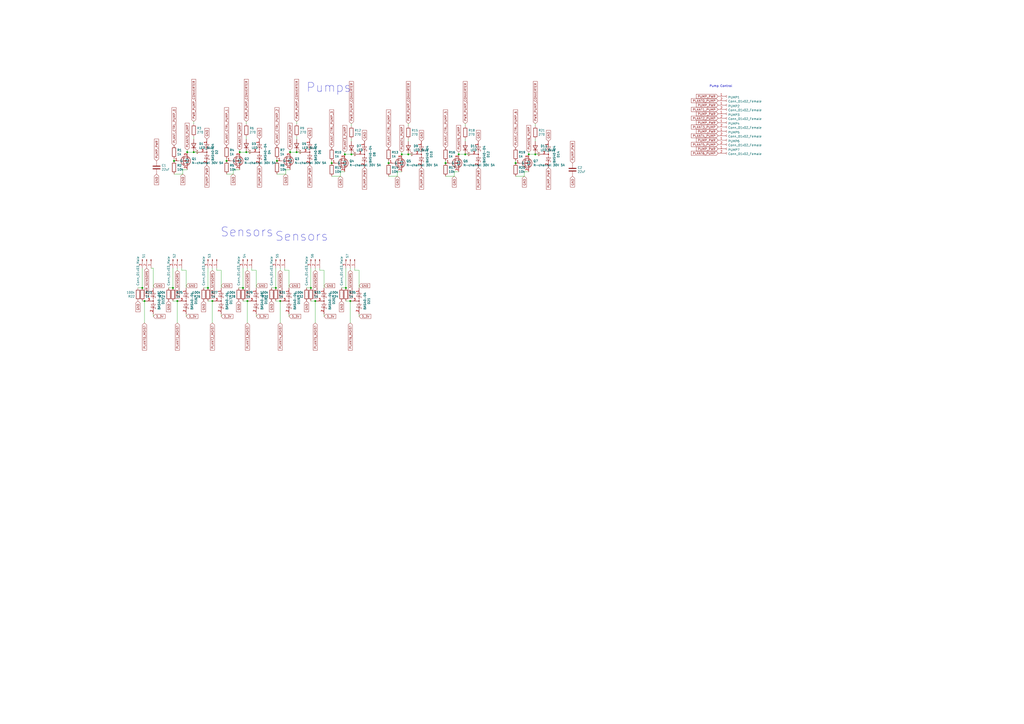
<source format=kicad_sch>
(kicad_sch (version 20230121) (generator eeschema)
  (paper "A2")
  (lib_symbols
    (symbol "Connector:Conn_01x02_Female" (pin_names (offset 1.016) hide)
      (property "Reference" "J" (at 0 2.54 0))
      (property "Value" "Conn_01x02_Female" (at 0 -5.08 0))
      (symbol "Conn_01x02_Female_1_1"
        (arc (start 0 -2.032) (mid -0.5058 -2.54) (end 0 -3.048) (stroke (width 0.1524)))
        (polyline (pts (xy -1.27 -2.54) (xy -0.508 -2.54)) (stroke (width 0.1524)))
        (polyline (pts (xy -1.27 0) (xy -0.508 0)) (stroke (width 0.1524)))
        (arc (start 0 0.508) (mid -0.5058 0) (end 0 -0.508) (stroke (width 0.1524)))
        (pin passive line (at -5.08 0 0) (length 3.81) (name "Pin_1") (number "1"))
        (pin passive line (at -5.08 -2.54 0) (length 3.81) (name "Pin_2") (number "2"))
      )
    )
    (symbol "Connector:Conn_01x03_Male" (pin_names (offset 1.016) hide)
      (property "Reference" "J" (at 0 5.08 0))
      (property "Value" "Conn_01x03_Male" (at 0 -5.08 0))
      (symbol "Conn_01x03_Male_1_1"
        (polyline (pts (xy 1.27 -2.54) (xy 0.8636 -2.54)) (stroke (width 0.1524)))
        (polyline (pts (xy 1.27 0) (xy 0.8636 0)) (stroke (width 0.1524)))
        (polyline (pts (xy 1.27 2.54) (xy 0.8636 2.54)) (stroke (width 0.1524)))
        (rectangle (start 0.8636 -2.413) (end 0 -2.667) (stroke (width 0.1524)) (fill (type outline)))
        (rectangle (start 0.8636 0.127) (end 0 -0.127) (stroke (width 0.1524)) (fill (type outline)))
        (rectangle (start 0.8636 2.667) (end 0 2.413) (stroke (width 0.1524)) (fill (type outline)))
        (pin passive line (at 5.08 2.54 180) (length 3.81) (name "Pin_1") (number "1"))
        (pin passive line (at 5.08 0 180) (length 3.81) (name "Pin_2") (number "2"))
        (pin passive line (at 5.08 -2.54 180) (length 3.81) (name "Pin_3") (number "3"))
      )
    )
    (symbol "Device:C" (pin_numbers hide) (pin_names (offset 0.254))
      (property "Reference" "C" (at 0.635 2.54 0))
      (property "Value" "C" (at 0.635 -2.54 0))
      (symbol "C_0_1"
        (polyline (pts (xy -2.032 -0.762) (xy 2.032 -0.762)) (stroke (width 0.508)))
        (polyline (pts (xy -2.032 0.762) (xy 2.032 0.762)) (stroke (width 0.508)))
      )
      (symbol "C_1_1"
        (pin passive line (at 0 3.81 270) (length 2.794) (name "~") (number "1"))
        (pin passive line (at 0 -3.81 90) (length 2.794) (name "~") (number "2"))
      )
    )
    (symbol "Device:LED" (pin_numbers hide) (pin_names (offset 1.016) hide)
      (property "Reference" "D" (at 0 2.54 0))
      (property "Value" "LED" (at 0 -2.54 0))
      (symbol "LED_0_1"
        (polyline (pts (xy -1.27 -1.27) (xy -1.27 1.27)) (stroke (width 0.254)))
        (polyline (pts (xy -1.27 0) (xy 1.27 0)))
        (polyline (pts (xy 1.27 -1.27) (xy 1.27 1.27) (xy -1.27 0) (xy 1.27 -1.27)) (stroke (width 0.254)))
        (polyline (pts (xy -3.048 -0.762) (xy -4.572 -2.286) (xy -3.81 -2.286) (xy -4.572 -2.286) (xy -4.572 -1.524)))
        (polyline (pts (xy -1.778 -0.762) (xy -3.302 -2.286) (xy -2.54 -2.286) (xy -3.302 -2.286) (xy -3.302 -1.524)))
      )
      (symbol "LED_1_1"
        (pin passive line (at -3.81 0 0) (length 2.54) (name "K") (number "1"))
        (pin passive line (at 3.81 0 180) (length 2.54) (name "A") (number "2"))
      )
    )
    (symbol "Device:R" (pin_numbers hide) (pin_names (offset 0))
      (property "Reference" "R" (at 2.032 0 90))
      (property "Value" "R" (at 0 0 90))
      (symbol "R_0_1"
        (rectangle (start -1.016 -2.54) (end 1.016 2.54) (stroke (width 0.254)))
      )
      (symbol "R_1_1"
        (pin passive line (at 0 3.81 270) (length 1.27) (name "~") (number "1"))
        (pin passive line (at 0 -3.81 90) (length 1.27) (name "~") (number "2"))
      )
    )
    (symbol "Diode:BAS40-04" (pin_names (offset 1.016))
      (property "Reference" "D" (at 0.635 -1.27 0))
      (property "Value" "BAS40-04" (at -6.35 5.715 0))
      (symbol "BAS40-04_0_1"
        (polyline (pts (xy -3.81 2.54) (xy -1.27 2.54)))
        (polyline (pts (xy -3.175 1.27) (xy -3.175 1.524)))
        (polyline (pts (xy -2.54 1.27) (xy -3.175 1.27)))
        (polyline (pts (xy -2.54 1.27) (xy -2.54 3.81)))
        (polyline (pts (xy -2.54 3.81) (xy -1.905 3.81)))
        (polyline (pts (xy -1.905 2.54) (xy 1.905 2.54)))
        (polyline (pts (xy -1.905 3.81) (xy -1.905 3.556)))
        (polyline (pts (xy 1.27 2.54) (xy 3.81 2.54)))
        (polyline (pts (xy 3.175 1.27) (xy 3.175 1.524)))
        (polyline (pts (xy 3.81 1.27) (xy 3.175 1.27)))
        (polyline (pts (xy 3.81 1.27) (xy 3.81 3.81)))
        (polyline (pts (xy 3.81 3.81) (xy 4.445 3.81)))
        (polyline (pts (xy 4.445 3.81) (xy 4.445 3.556)))
        (polyline (pts (xy -4.445 3.81) (xy -4.445 1.27) (xy -2.54 2.54) (xy -4.445 3.81)))
        (polyline (pts (xy 1.905 3.81) (xy 1.905 1.27) (xy 3.81 2.54) (xy 1.905 3.81)))
        (circle (center 0 2.54) (radius 0.254) (fill (type outline)))
      )
      (symbol "BAS40-04_1_1"
        (pin passive line (at -7.62 2.54 0) (length 3.81) (name "~") (number "1"))
        (pin passive line (at 7.62 2.54 180) (length 3.81) (name "~") (number "2"))
        (pin passive line (at 0 -2.54 90) (length 5.08) (name "~") (number "3"))
      )
    )
    (symbol "ESP32-DEVKITC-32D:SL2300" (pin_names (offset 1.016))
      (property "Reference" "Q" (at 0 0 0))
      (property "Value" "SL2300" (at 7.62 0 0))
      (symbol "SL2300_1_1"
        (polyline (pts (xy -1.016 0) (xy -3.81 0)))
        (polyline (pts (xy -1.016 1.905) (xy -1.016 -1.905)) (stroke (width 0.254)))
        (polyline (pts (xy -0.508 -1.27) (xy -0.508 -2.286)) (stroke (width 0.254)))
        (polyline (pts (xy -0.508 0.508) (xy -0.508 -0.508)) (stroke (width 0.254)))
        (polyline (pts (xy -0.508 2.286) (xy -0.508 1.27)) (stroke (width 0.254)))
        (polyline (pts (xy 1.27 2.54) (xy 1.27 1.778)))
        (polyline (pts (xy 1.27 -2.54) (xy 1.27 0) (xy -0.508 0)))
        (polyline (pts (xy -0.508 -1.778) (xy 2.032 -1.778) (xy 2.032 1.778) (xy -0.508 1.778)))
        (polyline (pts (xy -0.254 0) (xy 0.762 0.381) (xy 0.762 -0.381) (xy -0.254 0)) (fill (type outline)))
        (polyline (pts (xy 1.524 0.508) (xy 1.651 0.381) (xy 2.413 0.381) (xy 2.54 0.254)))
        (polyline (pts (xy 2.032 0.381) (xy 1.651 -0.254) (xy 2.413 -0.254) (xy 2.032 0.381)))
        (circle (center 0.381 0) (radius 2.794) (stroke (width 0.254)))
        (circle (center 1.27 -1.778) (radius 0.254) (fill (type outline)))
        (circle (center 1.27 1.778) (radius 0.254) (fill (type outline)))
        (pin input line (at -6.35 0 0) (length 2.54) (name "G") (number "1"))
        (pin passive line (at 1.27 -5.08 90) (length 2.54) (name "S") (number "2"))
        (pin passive line (at 1.27 5.08 270) (length 2.54) (name "D") (number "3"))
      )
    )
  )
  (junction (at 180.34 167.005))
  (junction (at 108.585 88.265))
  (junction (at 100.33 167.005))
  (junction (at 140.97 167.005))
  (junction (at 269.875 89.535))
  (junction (at 143.51 174.625))
  (junction (at 100.965 93.345))
  (junction (at 82.55 167.005))
  (junction (at 182.88 174.625))
  (junction (at 160.655 93.345))
  (junction (at 83.82 174.625))
  (junction (at 203.2 174.625))
  (junction (at 266.065 89.535))
  (junction (at 162.56 174.625))
  (junction (at 102.87 174.625))
  (junction (at 142.875 88.265))
  (junction (at 131.445 93.345))
  (junction (at 123.19 174.625))
  (junction (at 233.045 89.535))
  (junction (at 310.515 89.535))
  (junction (at 203.835 89.535))
  (junction (at 172.085 88.265))
  (junction (at 306.705 89.535))
  (junction (at 236.855 89.535))
  (junction (at 192.405 94.615))
  (junction (at 112.395 88.265))
  (junction (at 120.65 167.005))
  (junction (at 225.425 94.615))
  (junction (at 258.445 94.615))
  (junction (at 168.275 88.265))
  (junction (at 160.02 167.005))
  (junction (at 139.065 88.265))
  (junction (at 200.025 89.535))
  (junction (at 299.085 94.615))
  (junction (at 200.66 167.005))
  (wire (pts (xy 139.065 98.425) (xy 135.255 98.425)))
  (wire (pts (xy 102.87 155.575) (xy 102.87 156.845)))
  (wire (pts (xy 182.88 155.575) (xy 182.88 156.845)))
  (wire (pts (xy 128.27 182.245) (xy 128.27 183.515)))
  (wire (pts (xy 236.855 89.535) (xy 239.395 89.535)))
  (wire (pts (xy 233.045 89.535) (xy 236.855 89.535)))
  (wire (pts (xy 177.8 167.005) (xy 180.34 167.005)))
  (wire (pts (xy 160.02 167.005) (xy 160.02 155.575)))
  (wire (pts (xy 258.445 93.345) (xy 258.445 94.615)))
  (wire (pts (xy 180.34 174.625) (xy 182.88 174.625)))
  (wire (pts (xy 263.525 99.695) (xy 263.525 102.235)))
  (wire (pts (xy 310.515 81.915) (xy 310.515 80.645)))
  (wire (pts (xy 148.59 156.845) (xy 146.05 156.845)))
  (wire (pts (xy 203.2 174.625) (xy 200.66 174.625)))
  (wire (pts (xy 230.505 99.695) (xy 230.505 102.235)))
  (wire (pts (xy 142.875 80.645) (xy 142.875 79.375)))
  (wire (pts (xy 108.585 98.425) (xy 106.045 98.425)))
  (wire (pts (xy 162.56 155.575) (xy 162.56 156.845)))
  (wire (pts (xy 123.19 155.575) (xy 123.19 156.845)))
  (wire (pts (xy 304.165 102.235) (xy 299.085 102.235)))
  (wire (pts (xy 306.705 99.695) (xy 304.165 99.695)))
  (wire (pts (xy 225.425 93.345) (xy 225.425 94.615)))
  (wire (pts (xy 88.9 155.575) (xy 88.9 167.005)))
  (wire (pts (xy 120.65 174.625) (xy 123.19 174.625)))
  (wire (pts (xy 266.065 88.265) (xy 266.065 89.535)))
  (wire (pts (xy 233.045 99.695) (xy 230.505 99.695)))
  (wire (pts (xy 107.95 156.845) (xy 105.41 156.845)))
  (wire (pts (xy 200.025 88.265) (xy 200.025 89.535)))
  (wire (pts (xy 172.085 88.265) (xy 168.275 88.265)))
  (wire (pts (xy 200.025 99.695) (xy 197.485 99.695)))
  (wire (pts (xy 208.28 156.845) (xy 205.74 156.845)))
  (wire (pts (xy 310.515 89.535) (xy 313.055 89.535)))
  (wire (pts (xy 304.165 99.695) (xy 304.165 102.235)))
  (wire (pts (xy 198.12 167.005) (xy 200.66 167.005)))
  (wire (pts (xy 187.96 182.245) (xy 187.96 183.515)))
  (wire (pts (xy 157.48 167.005) (xy 160.02 167.005)))
  (wire (pts (xy 269.875 73.025) (xy 269.875 71.755)))
  (wire (pts (xy 135.255 98.425) (xy 135.255 100.965)))
  (wire (pts (xy 299.085 93.345) (xy 299.085 94.615)))
  (wire (pts (xy 146.05 155.575) (xy 146.05 156.845)))
  (wire (pts (xy 112.395 88.265) (xy 114.935 88.265)))
  (wire (pts (xy 236.855 81.915) (xy 236.855 80.645)))
  (wire (pts (xy 167.64 156.845) (xy 167.64 167.005)))
  (wire (pts (xy 82.55 167.005) (xy 82.55 155.575)))
  (wire (pts (xy 139.065 88.265) (xy 139.065 86.995)))
  (wire (pts (xy 168.275 98.425) (xy 165.735 98.425)))
  (wire (pts (xy 100.965 92.075) (xy 100.965 93.345)))
  (wire (pts (xy 112.395 80.645) (xy 112.395 79.375)))
  (wire (pts (xy 138.43 167.005) (xy 140.97 167.005)))
  (wire (pts (xy 203.2 174.625) (xy 203.2 187.325)))
  (wire (pts (xy 125.73 155.575) (xy 125.73 156.845)))
  (wire (pts (xy 142.875 71.755) (xy 142.875 70.485)))
  (wire (pts (xy 102.87 174.625) (xy 102.87 187.325)))
  (wire (pts (xy 165.735 98.425) (xy 165.735 100.965)))
  (wire (pts (xy 106.045 100.965) (xy 100.965 100.965)))
  (wire (pts (xy 128.27 156.845) (xy 125.73 156.845)))
  (wire (pts (xy 187.96 156.845) (xy 187.96 167.005)))
  (wire (pts (xy 120.65 167.005) (xy 120.65 155.575)))
  (wire (pts (xy 165.1 155.575) (xy 165.1 156.845)))
  (wire (pts (xy 160.02 174.625) (xy 162.56 174.625)))
  (wire (pts (xy 97.79 167.005) (xy 100.33 167.005)))
  (wire (pts (xy 310.515 73.025) (xy 310.515 71.755)))
  (wire (pts (xy 128.27 156.845) (xy 128.27 167.005)))
  (wire (pts (xy 108.585 88.265) (xy 112.395 88.265)))
  (wire (pts (xy 100.33 174.625) (xy 102.87 174.625)))
  (wire (pts (xy 142.875 88.265) (xy 139.065 88.265)))
  (wire (pts (xy 233.045 88.265) (xy 233.045 89.535)))
  (wire (pts (xy 143.51 174.625) (xy 140.97 174.625)))
  (wire (pts (xy 208.28 182.245) (xy 208.28 183.515)))
  (wire (pts (xy 263.525 102.235) (xy 258.445 102.235)))
  (wire (pts (xy 168.275 86.995) (xy 168.275 88.265)))
  (wire (pts (xy 80.01 167.005) (xy 82.55 167.005)))
  (wire (pts (xy 165.735 100.965) (xy 160.655 100.965)))
  (wire (pts (xy 203.2 155.575) (xy 203.2 156.845)))
  (wire (pts (xy 200.66 155.575) (xy 200.66 167.005)))
  (wire (pts (xy 172.085 71.755) (xy 172.085 70.485)))
  (wire (pts (xy 148.59 156.845) (xy 148.59 167.005)))
  (wire (pts (xy 82.55 174.625) (xy 83.82 174.625)))
  (wire (pts (xy 185.42 155.575) (xy 185.42 156.845)))
  (wire (pts (xy 148.59 182.245) (xy 148.59 183.515)))
  (wire (pts (xy 269.875 89.535) (xy 266.065 89.535)))
  (wire (pts (xy 112.395 71.755) (xy 112.395 70.485)))
  (wire (pts (xy 197.485 102.235) (xy 192.405 102.235)))
  (wire (pts (xy 107.95 182.245) (xy 107.95 183.515)))
  (wire (pts (xy 269.875 89.535) (xy 272.415 89.535)))
  (wire (pts (xy 88.9 182.245) (xy 88.9 183.515)))
  (wire (pts (xy 108.585 86.995) (xy 108.585 88.265)))
  (wire (pts (xy 131.445 92.075) (xy 131.445 93.345)))
  (wire (pts (xy 200.025 89.535) (xy 203.835 89.535)))
  (wire (pts (xy 203.835 89.535) (xy 206.375 89.535)))
  (wire (pts (xy 88.9 155.575) (xy 87.63 155.575)))
  (wire (pts (xy 143.51 155.575) (xy 143.51 156.845)))
  (wire (pts (xy 142.875 88.265) (xy 145.415 88.265)))
  (wire (pts (xy 182.88 174.625) (xy 182.88 187.325)))
  (wire (pts (xy 192.405 93.345) (xy 192.405 94.615)))
  (wire (pts (xy 306.705 89.535) (xy 306.705 88.265)))
  (wire (pts (xy 203.835 81.915) (xy 203.835 80.645)))
  (wire (pts (xy 105.41 155.575) (xy 105.41 156.845)))
  (wire (pts (xy 230.505 102.235) (xy 225.425 102.235)))
  (wire (pts (xy 162.56 174.625) (xy 162.56 187.325)))
  (wire (pts (xy 140.97 167.005) (xy 140.97 155.575)))
  (wire (pts (xy 160.655 92.075) (xy 160.655 93.345)))
  (wire (pts (xy 107.95 156.845) (xy 107.95 167.005)))
  (wire (pts (xy 269.875 81.915) (xy 269.875 80.645)))
  (wire (pts (xy 167.64 182.245) (xy 167.64 183.515)))
  (wire (pts (xy 197.485 99.695) (xy 197.485 102.235)))
  (wire (pts (xy 203.835 73.025) (xy 203.835 71.755)))
  (wire (pts (xy 187.96 156.845) (xy 185.42 156.845)))
  (wire (pts (xy 106.045 98.425) (xy 106.045 100.965)))
  (wire (pts (xy 266.065 99.695) (xy 263.525 99.695)))
  (wire (pts (xy 172.085 80.645) (xy 172.085 79.375)))
  (wire (pts (xy 208.28 156.845) (xy 208.28 167.005)))
  (wire (pts (xy 236.855 73.025) (xy 236.855 71.755)))
  (wire (pts (xy 306.705 89.535) (xy 310.515 89.535)))
  (wire (pts (xy 172.085 88.265) (xy 174.625 88.265)))
  (wire (pts (xy 180.34 167.005) (xy 180.34 155.575)))
  (wire (pts (xy 135.255 100.965) (xy 131.445 100.965)))
  (wire (pts (xy 123.19 174.625) (xy 123.19 187.325)))
  (wire (pts (xy 118.11 167.005) (xy 120.65 167.005)))
  (wire (pts (xy 100.33 155.575) (xy 100.33 167.005)))
  (wire (pts (xy 143.51 174.625) (xy 143.51 187.325)))
  (wire (pts (xy 205.74 155.575) (xy 205.74 156.845)))
  (wire (pts (xy 83.82 174.625) (xy 83.82 187.325)))
  (wire (pts (xy 167.64 156.845) (xy 165.1 156.845)))
  (text "Sensors" (at 158.75 137.795 0) (effects (font (size 5.2578 5.2578)) (justify right bottom)))
  (text "Pump Control" (at 411.48 50.8 0) (effects (font (size 1.27 1.27)) (justify left bottom)))
  (text "Sensors" (at 190.5 140.335 0) (effects (font (size 5.2578 5.2578)) (justify right bottom)))
  (text "Pumps" (at 203.835 53.975 0) (effects (font (size 5.2578 5.2578)) (justify right bottom)))
  (global_label "PLANT_CTRL_PUMP_2" (shape input) (at 160.655 84.455 90) (property "Intersheetrefs" "${INTERSHEET_REFS}" (effects hide)))
  (global_label "PLANT6_MOIST" (shape input) (at 203.2 187.325 270) (property "Intersheetrefs" "${INTERSHEET_REFS}" (effects hide)))
  (global_label "GND" (shape input) (at 148.59 165.735 0) (property "Intersheetrefs" "${INTERSHEET_REFS}" (effects hide)))
  (global_label "PWR_SENSORS" (shape input) (at 182.88 156.845 270) (property "Intersheetrefs" "${INTERSHEET_REFS}" (effects hide)))
  (global_label "GND" (shape input) (at 135.255 100.965 270) (property "Intersheetrefs" "${INTERSHEET_REFS}" (effects hide)))
  (global_label "PUMP_PWR" (shape input) (at 416.56 81.28 180) (property "Intersheetrefs" "${INTERSHEET_REFS}" (effects hide)))
  (global_label "PLANT6_PUMP" (shape input) (at 306.705 88.265 90) (property "Intersheetrefs" "${INTERSHEET_REFS}" (effects hide)))
  (global_label "GND" (shape input) (at 128.27 165.735 0) (property "Intersheetrefs" "${INTERSHEET_REFS}" (effects hide)))
  (global_label "PWR_PUMP_CONVERTER" (shape input) (at 236.855 71.755 90) (property "Intersheetrefs" "${INTERSHEET_REFS}" (effects hide)))
  (global_label "GND" (shape input) (at 318.135 81.915 90) (property "Intersheetrefs" "${INTERSHEET_REFS}" (effects hide)))
  (global_label "PUMP_PWR" (shape input) (at 277.495 97.155 270) (property "Intersheetrefs" "${INTERSHEET_REFS}" (effects hide)))
  (global_label "PUMP_PWR" (shape input) (at 416.56 86.36 180) (property "Intersheetrefs" "${INTERSHEET_REFS}" (effects hide)))
  (global_label "PLANT0_MOIST" (shape input) (at 83.82 187.325 270) (property "Intersheetrefs" "${INTERSHEET_REFS}" (effects hide)))
  (global_label "GND" (shape input) (at 198.12 174.625 270) (property "Intersheetrefs" "${INTERSHEET_REFS}" (effects hide)))
  (global_label "PUMP_PWR" (shape input) (at 332.105 94.615 90) (property "Intersheetrefs" "${INTERSHEET_REFS}" (effects hide)))
  (global_label "PLANT4_PUMP" (shape input) (at 233.045 88.265 90) (property "Intersheetrefs" "${INTERSHEET_REFS}" (effects hide)))
  (global_label "PLANT5_PUMP" (shape input) (at 266.065 88.265 90) (property "Intersheetrefs" "${INTERSHEET_REFS}" (effects hide)))
  (global_label "PLANT1_PUMP" (shape input) (at 139.065 86.995 90) (property "Intersheetrefs" "${INTERSHEET_REFS}" (effects hide)))
  (global_label "GND" (shape input) (at 150.495 80.645 90) (property "Intersheetrefs" "${INTERSHEET_REFS}" (effects hide)))
  (global_label "PLANT3_MOIST" (shape input) (at 143.51 187.325 270) (property "Intersheetrefs" "${INTERSHEET_REFS}" (effects hide)))
  (global_label "PUMP_PWR" (shape input) (at 150.495 95.885 270) (property "Intersheetrefs" "${INTERSHEET_REFS}" (effects hide)))
  (global_label "GND" (shape input) (at 187.96 165.735 0) (property "Intersheetrefs" "${INTERSHEET_REFS}" (effects hide)))
  (global_label "GND" (shape input) (at 230.505 102.235 270) (property "Intersheetrefs" "${INTERSHEET_REFS}" (effects hide)))
  (global_label "PLANT5_PUMP" (shape input) (at 416.56 83.82 180) (property "Intersheetrefs" "${INTERSHEET_REFS}" (effects hide)))
  (global_label "PLANT3_PUMP" (shape input) (at 200.025 88.265 90) (property "Intersheetrefs" "${INTERSHEET_REFS}" (effects hide)))
  (global_label "GND" (shape input) (at 138.43 174.625 270) (property "Intersheetrefs" "${INTERSHEET_REFS}" (effects hide)))
  (global_label "PLANT_CTRL_PUMP_1" (shape input) (at 131.445 84.455 90) (property "Intersheetrefs" "${INTERSHEET_REFS}" (effects hide)))
  (global_label "GND" (shape input) (at 167.64 165.735 0) (property "Intersheetrefs" "${INTERSHEET_REFS}" (effects hide)))
  (global_label "PUMP_PWR" (shape input) (at 179.705 95.885 270) (property "Intersheetrefs" "${INTERSHEET_REFS}" (effects hide)))
  (global_label "PLANT6_PUMP" (shape input) (at 416.56 88.9 180) (property "Intersheetrefs" "${INTERSHEET_REFS}" (effects hide)))
  (global_label "PUMP_PWR" (shape input) (at 120.015 95.885 270) (property "Intersheetrefs" "${INTERSHEET_REFS}" (effects hide)))
  (global_label "GND" (shape input) (at 179.705 80.645 90) (property "Intersheetrefs" "${INTERSHEET_REFS}" (effects hide)))
  (global_label "GND" (shape input) (at 208.28 165.735 0) (property "Intersheetrefs" "${INTERSHEET_REFS}" (effects hide)))
  (global_label "GND" (shape input) (at 211.455 81.915 90) (property "Intersheetrefs" "${INTERSHEET_REFS}" (effects hide)))
  (global_label "GND" (shape input) (at 120.015 80.645 90) (property "Intersheetrefs" "${INTERSHEET_REFS}" (effects hide)))
  (global_label "PWR_SENSORS" (shape input) (at 203.2 156.845 270) (property "Intersheetrefs" "${INTERSHEET_REFS}" (effects hide)))
  (global_label "3_3V" (shape input) (at 148.59 183.515 0) (property "Intersheetrefs" "${INTERSHEET_REFS}" (effects hide)))
  (global_label "GND" (shape input) (at 80.01 174.625 270) (property "Intersheetrefs" "${INTERSHEET_REFS}" (effects hide)))
  (global_label "GND" (shape input) (at 97.79 174.625 270) (property "Intersheetrefs" "${INTERSHEET_REFS}" (effects hide)))
  (global_label "PWR_SENSORS" (shape input) (at 162.56 156.845 270) (property "Intersheetrefs" "${INTERSHEET_REFS}" (effects hide)))
  (global_label "3_3V" (shape input) (at 88.9 183.515 0) (property "Intersheetrefs" "${INTERSHEET_REFS}" (effects hide)))
  (global_label "GND" (shape input) (at 332.105 102.235 270) (property "Intersheetrefs" "${INTERSHEET_REFS}" (effects hide)))
  (global_label "3_3V" (shape input) (at 208.28 183.515 0) (property "Intersheetrefs" "${INTERSHEET_REFS}" (effects hide)))
  (global_label "GND" (shape input) (at 263.525 102.235 270) (property "Intersheetrefs" "${INTERSHEET_REFS}" (effects hide)))
  (global_label "3_3V" (shape input) (at 187.96 183.515 0) (property "Intersheetrefs" "${INTERSHEET_REFS}" (effects hide)))
  (global_label "PWR_PUMP_CONVERTER" (shape input) (at 310.515 71.755 90) (property "Intersheetrefs" "${INTERSHEET_REFS}" (effects hide)))
  (global_label "PLANT1_MOIST" (shape input) (at 102.87 187.325 270) (property "Intersheetrefs" "${INTERSHEET_REFS}" (effects hide)))
  (global_label "PUMP_PWR" (shape input) (at 416.56 55.88 180) (property "Intersheetrefs" "${INTERSHEET_REFS}" (effects hide)))
  (global_label "PLANT_CTRL_PUMP_5" (shape input) (at 258.445 85.725 90) (property "Intersheetrefs" "${INTERSHEET_REFS}" (effects hide)))
  (global_label "PUMP_PWR" (shape input) (at 416.56 71.12 180) (property "Intersheetrefs" "${INTERSHEET_REFS}" (effects hide)))
  (global_label "PWR_SENSORS" (shape input) (at 143.51 156.845 270) (property "Intersheetrefs" "${INTERSHEET_REFS}" (effects hide)))
  (global_label "PUMP_PWR" (shape input) (at 244.475 97.155 270) (property "Intersheetrefs" "${INTERSHEET_REFS}" (effects hide)))
  (global_label "PWR_PUMP_CONVERTER" (shape input) (at 142.875 70.485 90) (property "Intersheetrefs" "${INTERSHEET_REFS}" (effects hide)))
  (global_label "3_3V" (shape input) (at 128.27 183.515 0) (property "Intersheetrefs" "${INTERSHEET_REFS}" (effects hide)))
  (global_label "PLANT_CTRL_PUMP_6" (shape input) (at 299.085 85.725 90) (property "Intersheetrefs" "${INTERSHEET_REFS}" (effects hide)))
  (global_label "GND" (shape input) (at 197.485 102.235 270) (property "Intersheetrefs" "${INTERSHEET_REFS}" (effects hide)))
  (global_label "3_3V" (shape input) (at 107.95 183.515 0) (property "Intersheetrefs" "${INTERSHEET_REFS}" (effects hide)))
  (global_label "PUMP_PWR" (shape input) (at 416.56 66.04 180) (property "Intersheetrefs" "${INTERSHEET_REFS}" (effects hide)))
  (global_label "GND" (shape input) (at 157.48 174.625 270) (property "Intersheetrefs" "${INTERSHEET_REFS}" (effects hide)))
  (global_label "GND" (shape input) (at 165.735 100.965 270) (property "Intersheetrefs" "${INTERSHEET_REFS}" (effects hide)))
  (global_label "PLANT2_PUMP" (shape input) (at 168.275 86.995 90) (property "Intersheetrefs" "${INTERSHEET_REFS}" (effects hide)))
  (global_label "GND" (shape input) (at 106.045 100.965 270) (property "Intersheetrefs" "${INTERSHEET_REFS}" (effects hide)))
  (global_label "PLANT0_PUMP" (shape input) (at 416.56 58.42 180) (property "Intersheetrefs" "${INTERSHEET_REFS}" (effects hide)))
  (global_label "GND" (shape input) (at 304.165 102.235 270) (property "Intersheetrefs" "${INTERSHEET_REFS}" (effects hide)))
  (global_label "PLANT5_MOIST" (shape input) (at 182.88 187.325 270) (property "Intersheetrefs" "${INTERSHEET_REFS}" (effects hide)))
  (global_label "PUMP_PWR" (shape input) (at 211.455 97.155 270) (property "Intersheetrefs" "${INTERSHEET_REFS}" (effects hide)))
  (global_label "PLANT2_MOIST" (shape input) (at 123.19 187.325 270) (property "Intersheetrefs" "${INTERSHEET_REFS}" (effects hide)))
  (global_label "PWR_PUMP_CONVERTER" (shape input) (at 172.085 70.485 90) (property "Intersheetrefs" "${INTERSHEET_REFS}" (effects hide)))
  (global_label "PLANT_CTRL_PUMP_3" (shape input) (at 192.405 85.725 90) (property "Intersheetrefs" "${INTERSHEET_REFS}" (effects hide)))
  (global_label "3_3V" (shape input) (at 167.64 183.515 0) (property "Intersheetrefs" "${INTERSHEET_REFS}" (effects hide)))
  (global_label "GND" (shape input) (at 118.11 174.625 270) (property "Intersheetrefs" "${INTERSHEET_REFS}" (effects hide)))
  (global_label "PWR_PUMP_CONVERTER" (shape input) (at 112.395 70.485 90) (property "Intersheetrefs" "${INTERSHEET_REFS}" (effects hide)))
  (global_label "PLANT4_MOIST" (shape input) (at 162.56 187.325 270) (property "Intersheetrefs" "${INTERSHEET_REFS}" (effects hide)))
  (global_label "PLANT3_PUMP" (shape input) (at 416.56 73.66 180) (property "Intersheetrefs" "${INTERSHEET_REFS}" (effects hide)))
  (global_label "GND" (shape input) (at 244.475 81.915 90) (property "Intersheetrefs" "${INTERSHEET_REFS}" (effects hide)))
  (global_label "GND" (shape input) (at 107.95 165.735 0) (property "Intersheetrefs" "${INTERSHEET_REFS}" (effects hide)))
  (global_label "PWR_PUMP_CONVERTER" (shape input) (at 203.835 71.755 90) (property "Intersheetrefs" "${INTERSHEET_REFS}" (effects hide)))
  (global_label "GND" (shape input) (at 88.9 165.735 0) (property "Intersheetrefs" "${INTERSHEET_REFS}" (effects hide)))
  (global_label "PLANT0_PUMP" (shape input) (at 108.585 86.995 90) (property "Intersheetrefs" "${INTERSHEET_REFS}" (effects hide)))
  (global_label "GND" (shape input) (at 90.805 100.965 270) (property "Intersheetrefs" "${INTERSHEET_REFS}" (effects hide)))
  (global_label "PUMP_PWR" (shape input) (at 416.56 76.2 180) (property "Intersheetrefs" "${INTERSHEET_REFS}" (effects hide)))
  (global_label "PLANT1_PUMP" (shape input) (at 416.56 63.5 180) (property "Intersheetrefs" "${INTERSHEET_REFS}" (effects hide)))
  (global_label "PWR_SENSORS" (shape input) (at 102.87 156.845 270) (property "Intersheetrefs" "${INTERSHEET_REFS}" (effects hide)))
  (global_label "PUMP_PWR" (shape input) (at 318.135 97.155 270) (property "Intersheetrefs" "${INTERSHEET_REFS}" (effects hide)))
  (global_label "PLANT4_PUMP" (shape input) (at 416.56 78.74 180) (property "Intersheetrefs" "${INTERSHEET_REFS}" (effects hide)))
  (global_label "PUMP_PWR" (shape input) (at 416.56 60.96 180) (property "Intersheetrefs" "${INTERSHEET_REFS}" (effects hide)))
  (global_label "GND" (shape input) (at 277.495 81.915 90) (property "Intersheetrefs" "${INTERSHEET_REFS}" (effects hide)))
  (global_label "PWR_PUMP_CONVERTER" (shape input) (at 269.875 71.755 90) (property "Intersheetrefs" "${INTERSHEET_REFS}" (effects hide)))
  (global_label "PWR_SENSORS" (shape input) (at 123.19 156.845 270) (property "Intersheetrefs" "${INTERSHEET_REFS}" (effects hide)))
  (global_label "PLANT_CTRL_PUMP_0" (shape input) (at 100.965 84.455 90) (property "Intersheetrefs" "${INTERSHEET_REFS}" (effects hide)))
  (global_label "PLANT_CTRL_PUMP_4" (shape input) (at 225.425 85.725 90) (property "Intersheetrefs" "${INTERSHEET_REFS}" (effects hide)))
  (global_label "PUMP_PWR" (shape input) (at 90.805 93.345 90) (property "Intersheetrefs" "${INTERSHEET_REFS}" (effects hide)))
  (global_label "PWR_SENSORS" (shape input) (at 85.09 155.575 270) (property "Intersheetrefs" "${INTERSHEET_REFS}" (effects hide)))
  (global_label "GND" (shape input) (at 177.8 174.625 270) (property "Intersheetrefs" "${INTERSHEET_REFS}" (effects hide)))
  (global_label "PLANT2_PUMP" (shape input) (at 416.56 68.58 180) (property "Intersheetrefs" "${INTERSHEET_REFS}" (effects hide)))
  (symbol (lib_id "Device:R") (at 177.8 170.815 180) (unit 1)
    (property "Reference" "R32" (at 176.022 171.9834 0) (effects (justify left)))
    (property "Value" "100k" (at 176.022 169.672 0) (effects (justify left)))
    (property "Footprint" "Resistor_SMD:R_0805_2012Metric" (effects hide))
    (property "LCSC_PART_NUMBER" "C95781" (effects hide))
  )
  (symbol (lib_id "Connector:Conn_01x02_Female") (at 421.64 60.96 0) (unit 1)
    (property "Reference" "PUMP2" (at 422.3512 61.5696 0) (effects (justify left)))
    (property "Value" "Conn_01x02_Female" (at 422.3512 63.881 0) (effects (justify left)))
    (property "Footprint" "Connector_JST:JST_EH_B2B-EH-A_1x02_P2.50mm_Vertical" (effects hide))
  )
  (symbol (lib_id "ESP32-DEVKITC-32D:SL2300") (at 137.795 93.345 0) (unit 1)
    (property "Reference" "Q2" (at 141.732 92.1766 0) (effects (justify left)))
    (property "Value" "N-channel 30V 5A" (at 141.732 94.488 0) (effects (justify left)))
    (property "Footprint" "Package_TO_SOT_SMD:SOT-23" (effects hide))
    (property "LCSC_PART_NUMBER" "C350314" (effects hide))
  )
  (symbol (lib_id "Connector:Conn_01x02_Female") (at 421.64 81.28 0) (unit 1)
    (property "Reference" "PUMP6" (at 422.3512 81.8896 0) (effects (justify left)))
    (property "Value" "Conn_01x02_Female" (at 422.3512 84.201 0) (effects (justify left)))
    (property "Footprint" "Connector_JST:JST_EH_B2B-EH-A_1x02_P2.50mm_Vertical" (effects hide))
  )
  (symbol (lib_id "Connector:Conn_01x03_Male") (at 182.88 150.495 270) (unit 1)
    (property "Reference" "S6" (at 181.1528 149.7838 0) (effects (justify right)))
    (property "Value" "Conn_01x03_Male" (at 177.8 165.735 0) (effects (justify right)))
    (property "Footprint" "Connector_JST:JST_EH_B3B-EH-A_1x03_P2.50mm_Vertical" (effects hide))
  )
  (symbol (lib_id "Device:R") (at 138.43 170.815 180) (unit 1)
    (property "Reference" "R28" (at 136.652 171.9834 0) (effects (justify left)))
    (property "Value" "100k" (at 136.652 169.672 0) (effects (justify left)))
    (property "Footprint" "Resistor_SMD:R_0805_2012Metric" (effects hide))
    (property "LCSC_PART_NUMBER" "C95781" (effects hide))
  )
  (symbol (lib_id "Device:R") (at 142.875 75.565 0) (unit 1)
    (property "Reference" "R6" (at 144.653 74.3966 0) (effects (justify left)))
    (property "Value" "270" (at 144.653 76.708 0) (effects (justify left)))
    (property "Footprint" "Resistor_SMD:R_0805_2012Metric" (effects hide))
    (property "LCSC_PART_NUMBER" "C17590" (effects hide))
  )
  (symbol (lib_id "Diode:BAS40-04") (at 125.73 174.625 270) (unit 1)
    (property "Reference" "D17" (at 133.985 174.625 0))
    (property "Value" "BAS40-04" (at 131.6736 174.625 0))
    (property "Footprint" "Package_TO_SOT_SMD:SOT-23" (effects hide))
    (property "Datasheet" "http://www.vishay.com/docs/85701/bas40v.pdf" (effects hide))
    (property "LCSC_PART_NUMBER" "C397601" (effects hide))
  )
  (symbol (lib_id "Diode:BAS40-04") (at 315.595 89.535 270) (unit 1)
    (property "Reference" "D14" (at 323.85 89.535 0))
    (property "Value" "BAS40-04" (at 321.5386 89.535 0))
    (property "Footprint" "Package_TO_SOT_SMD:SOT-23" (effects hide))
    (property "Datasheet" "http://www.vishay.com/docs/85701/bas40v.pdf" (effects hide))
    (property "LCSC_PART_NUMBER" "C397601" (effects hide))
  )
  (symbol (lib_id "Diode:BAS40-04") (at 177.165 88.265 270) (unit 1)
    (property "Reference" "D6" (at 185.42 88.265 0))
    (property "Value" "BAS40-04" (at 183.1086 88.265 0))
    (property "Footprint" "Package_TO_SOT_SMD:SOT-23" (effects hide))
    (property "Datasheet" "http://www.vishay.com/docs/85701/bas40v.pdf" (effects hide))
    (property "LCSC_PART_NUMBER" "C397601" (effects hide))
  )
  (symbol (lib_id "Connector:Conn_01x03_Male") (at 143.51 150.495 270) (unit 1)
    (property "Reference" "S4" (at 141.7828 149.7838 0) (effects (justify right)))
    (property "Value" "Conn_01x03_Male" (at 138.43 165.735 0) (effects (justify right)))
    (property "Footprint" "Connector_JST:JST_EH_B3B-EH-A_1x03_P2.50mm_Vertical" (effects hide))
  )
  (symbol (lib_id "Device:R") (at 131.445 97.155 180) (unit 1)
    (property "Reference" "R5" (at 133.223 95.9866 0) (effects (justify right)))
    (property "Value" "10k" (at 133.223 98.298 0) (effects (justify right)))
    (property "Footprint" "Resistor_SMD:R_0805_2012Metric" (effects hide))
    (property "LCSC_PART_NUMBER" "C212284" (effects hide))
  )
  (symbol (lib_id "ESP32-DEVKITC-32D:SL2300") (at 198.755 94.615 0) (unit 1)
    (property "Reference" "Q4" (at 202.692 93.4466 0) (effects (justify left)))
    (property "Value" "N-channel 30V 5A" (at 202.692 95.758 0) (effects (justify left)))
    (property "Footprint" "Package_TO_SOT_SMD:SOT-23" (effects hide))
    (property "LCSC_PART_NUMBER" "C350314" (effects hide))
  )
  (symbol (lib_id "Device:R") (at 131.445 88.265 0) (unit 1)
    (property "Reference" "R4" (at 133.223 87.0966 0) (effects (justify left)))
    (property "Value" "1k" (at 133.223 89.408 0) (effects (justify left)))
    (property "Footprint" "Resistor_SMD:R_0805_2012Metric" (effects hide))
    (property "LCSC_PART_NUMBER" "C95781" (effects hide))
  )
  (symbol (lib_id "Device:R") (at 269.875 76.835 0) (unit 1)
    (property "Reference" "R18" (at 271.653 75.6666 0) (effects (justify left)))
    (property "Value" "270" (at 271.653 77.978 0) (effects (justify left)))
    (property "Footprint" "Resistor_SMD:R_0805_2012Metric" (effects hide))
    (property "LCSC_PART_NUMBER" "C17590" (effects hide))
  )
  (symbol (lib_id "Device:LED") (at 112.395 84.455 90) (unit 1)
    (property "Reference" "D1" (at 115.3922 83.4644 90) (effects (justify right)))
    (property "Value" "LED_Blue" (at 115.3922 85.7758 90) (effects (justify right)))
    (property "Footprint" "LED_SMD:LED_0805_2012Metric_Castellated" (effects hide))
    (property "LCSC_PART_NUMBER" "C205441" (effects hide))
  )
  (symbol (lib_id "Device:R") (at 100.33 170.815 0) (unit 1)
    (property "Reference" "R25" (at 102.108 169.6466 0) (effects (justify left)))
    (property "Value" "1k" (at 102.108 171.958 0) (effects (justify left)))
    (property "Footprint" "Resistor_SMD:R_0805_2012Metric" (effects hide))
    (property "LCSC_PART_NUMBER" "C95781" (effects hide))
  )
  (symbol (lib_id "Diode:BAS40-04") (at 241.935 89.535 270) (unit 1)
    (property "Reference" "D10" (at 250.19 89.535 0))
    (property "Value" "BAS40-04" (at 247.8786 89.535 0))
    (property "Footprint" "Package_TO_SOT_SMD:SOT-23" (effects hide))
    (property "Datasheet" "http://www.vishay.com/docs/85701/bas40v.pdf" (effects hide))
    (property "LCSC_PART_NUMBER" "C397601" (effects hide))
  )
  (symbol (lib_id "Device:R") (at 172.085 75.565 0) (unit 1)
    (property "Reference" "R9" (at 173.863 74.3966 0) (effects (justify left)))
    (property "Value" "270" (at 173.863 76.708 0) (effects (justify left)))
    (property "Footprint" "Resistor_SMD:R_0805_2012Metric" (effects hide))
    (property "LCSC_PART_NUMBER" "C17590" (effects hide))
  )
  (symbol (lib_id "ESP32-DEVKITC-32D:SL2300") (at 264.795 94.615 0) (unit 1)
    (property "Reference" "Q6" (at 268.732 93.4466 0) (effects (justify left)))
    (property "Value" "N-channel 30V 5A" (at 268.732 95.758 0) (effects (justify left)))
    (property "Footprint" "Package_TO_SOT_SMD:SOT-23" (effects hide))
    (property "LCSC_PART_NUMBER" "C350314" (effects hide))
  )
  (symbol (lib_id "Connector:Conn_01x02_Female") (at 421.64 76.2 0) (unit 1)
    (property "Reference" "PUMP5" (at 422.3512 76.8096 0) (effects (justify left)))
    (property "Value" "Conn_01x02_Female" (at 422.3512 79.121 0) (effects (justify left)))
    (property "Footprint" "Connector_JST:JST_EH_B2B-EH-A_1x02_P2.50mm_Vertical" (effects hide))
  )
  (symbol (lib_id "Device:R") (at 236.855 76.835 0) (unit 1)
    (property "Reference" "R15" (at 238.633 75.6666 0) (effects (justify left)))
    (property "Value" "270" (at 238.633 77.978 0) (effects (justify left)))
    (property "Footprint" "Resistor_SMD:R_0805_2012Metric" (effects hide))
    (property "LCSC_PART_NUMBER" "C17590" (effects hide))
  )
  (symbol (lib_id "Device:LED") (at 310.515 85.725 90) (unit 1)
    (property "Reference" "D13" (at 313.5122 84.7344 90) (effects (justify right)))
    (property "Value" "LED_Blue" (at 313.5122 87.0458 90) (effects (justify right)))
    (property "Footprint" "LED_SMD:LED_0805_2012Metric_Castellated" (effects hide))
    (property "LCSC_PART_NUMBER" "C205441" (effects hide))
  )
  (symbol (lib_id "Diode:BAS40-04") (at 86.36 174.625 270) (unit 1)
    (property "Reference" "D15" (at 94.615 174.625 0))
    (property "Value" "BAS40-04" (at 92.3036 174.625 0))
    (property "Footprint" "Package_TO_SOT_SMD:SOT-23" (effects hide))
    (property "Datasheet" "http://www.vishay.com/docs/85701/bas40v.pdf" (effects hide))
    (property "LCSC_PART_NUMBER" "C397601" (effects hide))
  )
  (symbol (lib_id "Diode:BAS40-04") (at 274.955 89.535 270) (unit 1)
    (property "Reference" "D12" (at 283.21 89.535 0))
    (property "Value" "BAS40-04" (at 280.8986 89.535 0))
    (property "Footprint" "Package_TO_SOT_SMD:SOT-23" (effects hide))
    (property "Datasheet" "http://www.vishay.com/docs/85701/bas40v.pdf" (effects hide))
    (property "LCSC_PART_NUMBER" "C397601" (effects hide))
  )
  (symbol (lib_id "Connector:Conn_01x02_Female") (at 421.64 86.36 0) (unit 1)
    (property "Reference" "PUMP7" (at 422.3512 86.9696 0) (effects (justify left)))
    (property "Value" "Conn_01x02_Female" (at 422.3512 89.281 0) (effects (justify left)))
    (property "Footprint" "Connector_JST:JST_EH_B2B-EH-A_1x02_P2.50mm_Vertical" (effects hide))
  )
  (symbol (lib_id "Connector:Conn_01x03_Male") (at 203.2 150.495 270) (unit 1)
    (property "Reference" "S7" (at 201.4728 149.7838 0) (effects (justify right)))
    (property "Value" "Conn_01x03_Male" (at 198.12 165.735 0) (effects (justify right)))
    (property "Footprint" "Connector_JST:JST_EH_B3B-EH-A_1x03_P2.50mm_Vertical" (effects hide))
  )
  (symbol (lib_id "Device:R") (at 100.965 88.265 0) (unit 1)
    (property "Reference" "R1" (at 102.743 87.0966 0) (effects (justify left)))
    (property "Value" "1k" (at 102.743 89.408 0) (effects (justify left)))
    (property "Footprint" "Resistor_SMD:R_0805_2012Metric" (effects hide))
    (property "LCSC_PART_NUMBER" "C95781" (effects hide))
  )
  (symbol (lib_id "Device:LED") (at 142.875 84.455 90) (unit 1)
    (property "Reference" "D3" (at 145.8722 83.4644 90) (effects (justify right)))
    (property "Value" "LED" (at 145.8722 85.7758 90) (effects (justify right)))
    (property "Footprint" "LED_SMD:LED_0805_2012Metric_Castellated" (effects hide))
    (property "LCSC_PART_NUMBER" "C375452" (effects hide))
  )
  (symbol (lib_id "Device:R") (at 97.79 170.815 180) (unit 1)
    (property "Reference" "R24" (at 96.012 171.9834 0) (effects (justify left)))
    (property "Value" "100k" (at 96.012 169.672 0) (effects (justify left)))
    (property "Footprint" "Resistor_SMD:R_0805_2012Metric" (effects hide))
    (property "LCSC_PART_NUMBER" "C95781" (effects hide))
  )
  (symbol (lib_id "ESP32-DEVKITC-32D:SL2300") (at 107.315 93.345 0) (unit 1)
    (property "Reference" "Q1" (at 111.252 92.1766 0) (effects (justify left)))
    (property "Value" "N-channel 30V 5A" (at 111.252 94.488 0) (effects (justify left)))
    (property "Footprint" "Package_TO_SOT_SMD:SOT-23" (effects hide))
    (property "LCSC_PART_NUMBER" "C350314" (effects hide))
  )
  (symbol (lib_id "ESP32-DEVKITC-32D:SL2300") (at 167.005 93.345 0) (unit 1)
    (property "Reference" "Q3" (at 170.942 92.1766 0) (effects (justify left)))
    (property "Value" "N-channel 30V 5A" (at 170.942 94.488 0) (effects (justify left)))
    (property "Footprint" "Package_TO_SOT_SMD:SOT-23" (effects hide))
    (property "LCSC_PART_NUMBER" "C350314" (effects hide))
  )
  (symbol (lib_id "Connector:Conn_01x02_Female") (at 421.64 55.88 0) (unit 1)
    (property "Reference" "PUMP1" (at 422.3512 56.4896 0) (effects (justify left)))
    (property "Value" "Conn_01x02_Female" (at 422.3512 58.801 0) (effects (justify left)))
    (property "Footprint" "Connector_JST:JST_EH_B2B-EH-A_1x02_P2.50mm_Vertical" (effects hide))
  )
  (symbol (lib_id "Diode:BAS40-04") (at 147.955 88.265 270) (unit 1)
    (property "Reference" "D4" (at 156.21 88.265 0))
    (property "Value" "BAS40-04" (at 153.8986 88.265 0))
    (property "Footprint" "Package_TO_SOT_SMD:SOT-23" (effects hide))
    (property "Datasheet" "http://www.vishay.com/docs/85701/bas40v.pdf" (effects hide))
    (property "LCSC_PART_NUMBER" "C397601" (effects hide))
  )
  (symbol (lib_id "Device:R") (at 100.965 97.155 0) (unit 1)
    (property "Reference" "R2" (at 102.743 95.9866 0) (effects (justify left)))
    (property "Value" "10k" (at 102.743 98.298 0) (effects (justify left)))
    (property "Footprint" "Resistor_SMD:R_0805_2012Metric" (effects hide))
    (property "LCSC_PART_NUMBER" "C212284" (effects hide))
  )
  (symbol (lib_id "Device:LED") (at 269.875 85.725 90) (unit 1)
    (property "Reference" "D11" (at 272.8722 84.7344 90) (effects (justify right)))
    (property "Value" "LED" (at 272.8722 87.0458 90) (effects (justify right)))
    (property "Footprint" "LED_SMD:LED_0805_2012Metric_Castellated" (effects hide))
    (property "LCSC_PART_NUMBER" "C375452" (effects hide))
  )
  (symbol (lib_id "ESP32-DEVKITC-32D:SL2300") (at 231.775 94.615 0) (unit 1)
    (property "Reference" "Q5" (at 235.712 93.4466 0) (effects (justify left)))
    (property "Value" "N-channel 30V 5A" (at 235.712 95.758 0) (effects (justify left)))
    (property "Footprint" "Package_TO_SOT_SMD:SOT-23" (effects hide))
    (property "LCSC_PART_NUMBER" "C350314" (effects hide))
  )
  (symbol (lib_id "Device:R") (at 299.085 89.535 0) (unit 1)
    (property "Reference" "R19" (at 300.863 88.3666 0) (effects (justify left)))
    (property "Value" "1k" (at 300.863 90.678 0) (effects (justify left)))
    (property "Footprint" "Resistor_SMD:R_0805_2012Metric" (effects hide))
    (property "LCSC_PART_NUMBER" "C95781" (effects hide))
  )
  (symbol (lib_id "Connector:Conn_01x03_Male") (at 102.87 150.495 270) (unit 1)
    (property "Reference" "S2" (at 101.1428 149.7838 0) (effects (justify right)))
    (property "Value" "Conn_01x03_Male" (at 97.79 165.735 0) (effects (justify right)))
    (property "Footprint" "Connector_JST:JST_EH_B3B-EH-A_1x03_P2.50mm_Vertical" (effects hide))
  )
  (symbol (lib_id "Device:R") (at 118.11 170.815 180) (unit 1)
    (property "Reference" "R26" (at 116.332 171.9834 0) (effects (justify left)))
    (property "Value" "100k" (at 116.332 169.672 0) (effects (justify left)))
    (property "Footprint" "Resistor_SMD:R_0805_2012Metric" (effects hide))
    (property "LCSC_PART_NUMBER" "C95781" (effects hide))
  )
  (symbol (lib_id "Device:R") (at 192.405 89.535 0) (unit 1)
    (property "Reference" "R10" (at 194.183 88.3666 0) (effects (justify left)))
    (property "Value" "1k" (at 194.183 90.678 0) (effects (justify left)))
    (property "Footprint" "Resistor_SMD:R_0805_2012Metric" (effects hide))
    (property "LCSC_PART_NUMBER" "C95781" (effects hide))
  )
  (symbol (lib_id "Connector:Conn_01x03_Male") (at 123.19 150.495 270) (unit 1)
    (property "Reference" "S3" (at 121.4628 149.7838 0) (effects (justify right)))
    (property "Value" "Conn_01x03_Male" (at 118.11 165.735 0) (effects (justify right)))
    (property "Footprint" "Connector_JST:JST_EH_B3B-EH-A_1x03_P2.50mm_Vertical" (effects hide))
  )
  (symbol (lib_id "Device:R") (at 198.12 170.815 180) (unit 1)
    (property "Reference" "R34" (at 196.342 171.9834 0) (effects (justify left)))
    (property "Value" "100k" (at 196.342 169.672 0) (effects (justify left)))
    (property "Footprint" "Resistor_SMD:R_0805_2012Metric" (effects hide))
    (property "LCSC_PART_NUMBER" "C95781" (effects hide))
  )
  (symbol (lib_id "Device:R") (at 203.835 76.835 0) (unit 1)
    (property "Reference" "R12" (at 205.613 75.6666 0) (effects (justify left)))
    (property "Value" "270" (at 205.613 77.978 0) (effects (justify left)))
    (property "Footprint" "Resistor_SMD:R_0805_2012Metric" (effects hide))
    (property "LCSC_PART_NUMBER" "C17590" (effects hide))
  )
  (symbol (lib_id "Diode:BAS40-04") (at 205.74 174.625 270) (unit 1)
    (property "Reference" "D21" (at 213.995 174.625 0))
    (property "Value" "BAS40-04" (at 211.6836 174.625 0))
    (property "Footprint" "Package_TO_SOT_SMD:SOT-23" (effects hide))
    (property "Datasheet" "http://www.vishay.com/docs/85701/bas40v.pdf" (effects hide))
    (property "LCSC_PART_NUMBER" "C397601" (effects hide))
  )
  (symbol (lib_id "Diode:BAS40-04") (at 165.1 174.625 270) (unit 1)
    (property "Reference" "D19" (at 173.355 174.625 0))
    (property "Value" "BAS40-04" (at 171.0436 174.625 0))
    (property "Footprint" "Package_TO_SOT_SMD:SOT-23" (effects hide))
    (property "Datasheet" "http://www.vishay.com/docs/85701/bas40v.pdf" (effects hide))
    (property "LCSC_PART_NUMBER" "C397601" (effects hide))
  )
  (symbol (lib_id "Connector:Conn_01x03_Male") (at 85.09 150.495 270) (unit 1)
    (property "Reference" "S1" (at 83.3628 149.7838 0) (effects (justify right)))
    (property "Value" "Conn_01x03_Male" (at 80.01 165.735 0) (effects (justify right)))
    (property "Footprint" "Connector_JST:JST_EH_B3B-EH-A_1x03_P2.50mm_Vertical" (effects hide))
  )
  (symbol (lib_id "Device:R") (at 80.01 170.815 180) (unit 1)
    (property "Reference" "R22" (at 78.232 171.9834 0) (effects (justify left)))
    (property "Value" "100k" (at 78.232 169.672 0) (effects (justify left)))
    (property "Footprint" "Resistor_SMD:R_0805_2012Metric" (effects hide))
    (property "LCSC_PART_NUMBER" "C95781" (effects hide))
  )
  (symbol (lib_id "Device:R") (at 160.655 88.265 0) (unit 1)
    (property "Reference" "R7" (at 162.433 87.0966 0) (effects (justify left)))
    (property "Value" "1k" (at 162.433 89.408 0) (effects (justify left)))
    (property "Footprint" "Resistor_SMD:R_0805_2012Metric" (effects hide))
    (property "LCSC_PART_NUMBER" "C95781" (effects hide))
  )
  (symbol (lib_id "Device:R") (at 310.515 76.835 0) (unit 1)
    (property "Reference" "R21" (at 312.293 75.6666 0) (effects (justify left)))
    (property "Value" "270" (at 312.293 77.978 0) (effects (justify left)))
    (property "Footprint" "Resistor_SMD:R_0805_2012Metric" (effects hide))
    (property "LCSC_PART_NUMBER" "C17590" (effects hide))
  )
  (symbol (lib_id "Connector:Conn_01x03_Male") (at 162.56 150.495 270) (unit 1)
    (property "Reference" "S5" (at 160.8328 149.7838 0) (effects (justify right)))
    (property "Value" "Conn_01x03_Male" (at 157.48 165.735 0) (effects (justify right)))
    (property "Footprint" "Connector_JST:JST_EH_B3B-EH-A_1x03_P2.50mm_Vertical" (effects hide))
  )
  (symbol (lib_id "Device:R") (at 258.445 89.535 0) (unit 1)
    (property "Reference" "R16" (at 260.223 88.3666 0) (effects (justify left)))
    (property "Value" "1k" (at 260.223 90.678 0) (effects (justify left)))
    (property "Footprint" "Resistor_SMD:R_0805_2012Metric" (effects hide))
    (property "LCSC_PART_NUMBER" "C95781" (effects hide))
  )
  (symbol (lib_id "Device:C") (at 90.805 97.155 0) (unit 1)
    (property "Reference" "C1" (at 93.726 95.9866 0) (effects (justify left)))
    (property "Value" "22uf" (at 93.726 98.298 0) (effects (justify left)))
    (property "Footprint" "Capacitor_SMD:C_0805_2012Metric" (effects hide))
    (property "LCSC_PART_NUMBER" "C45783" (effects hide))
  )
  (symbol (lib_id "Device:R") (at 82.55 170.815 0) (unit 1)
    (property "Reference" "R23" (at 84.328 169.6466 0) (effects (justify left)))
    (property "Value" "1k" (at 84.328 171.958 0) (effects (justify left)))
    (property "Footprint" "Resistor_SMD:R_0805_2012Metric" (effects hide))
    (property "LCSC_PART_NUMBER" "C95781" (effects hide))
  )
  (symbol (lib_id "Device:R") (at 160.655 97.155 0) (unit 1)
    (property "Reference" "R8" (at 162.433 95.9866 0) (effects (justify left)))
    (property "Value" "10k" (at 162.433 98.298 0) (effects (justify left)))
    (property "Footprint" "Resistor_SMD:R_0805_2012Metric" (effects hide))
    (property "LCSC_PART_NUMBER" "C212284" (effects hide))
  )
  (symbol (lib_id "Diode:BAS40-04") (at 105.41 174.625 270) (unit 1)
    (property "Reference" "D16" (at 113.665 174.625 0))
    (property "Value" "BAS40-04" (at 111.3536 174.625 0))
    (property "Footprint" "Package_TO_SOT_SMD:SOT-23" (effects hide))
    (property "Datasheet" "http://www.vishay.com/docs/85701/bas40v.pdf" (effects hide))
    (property "LCSC_PART_NUMBER" "C397601" (effects hide))
  )
  (symbol (lib_id "Device:R") (at 112.395 75.565 0) (unit 1)
    (property "Reference" "R3" (at 114.173 74.3966 0) (effects (justify left)))
    (property "Value" "270" (at 114.173 76.708 0) (effects (justify left)))
    (property "Footprint" "Resistor_SMD:R_0805_2012Metric" (effects hide))
    (property "LCSC_PART_NUMBER" "C17590" (effects hide))
  )
  (symbol (lib_id "Device:R") (at 140.97 170.815 0) (unit 1)
    (property "Reference" "R29" (at 142.748 169.6466 0) (effects (justify left)))
    (property "Value" "1k" (at 142.748 171.958 0) (effects (justify left)))
    (property "Footprint" "Resistor_SMD:R_0805_2012Metric" (effects hide))
    (property "LCSC_PART_NUMBER" "C95781" (effects hide))
  )
  (symbol (lib_id "Device:LED") (at 236.855 85.725 90) (unit 1)
    (property "Reference" "D9" (at 239.8522 84.7344 90) (effects (justify right)))
    (property "Value" "LED_Blue" (at 239.8522 87.0458 90) (effects (justify right)))
    (property "Footprint" "LED_SMD:LED_0805_2012Metric_Castellated" (effects hide))
    (property "LCSC_PART_NUMBER" "C205441" (effects hide))
  )
  (symbol (lib_id "Diode:BAS40-04") (at 185.42 174.625 270) (unit 1)
    (property "Reference" "D20" (at 193.675 174.625 0))
    (property "Value" "BAS40-04" (at 191.3636 174.625 0))
    (property "Footprint" "Package_TO_SOT_SMD:SOT-23" (effects hide))
    (property "Datasheet" "http://www.vishay.com/docs/85701/bas40v.pdf" (effects hide))
    (property "LCSC_PART_NUMBER" "C397601" (effects hide))
  )
  (symbol (lib_id "Device:R") (at 225.425 89.535 0) (unit 1)
    (property "Reference" "R13" (at 227.203 88.3666 0) (effects (justify left)))
    (property "Value" "1k" (at 227.203 90.678 0) (effects (justify left)))
    (property "Footprint" "Resistor_SMD:R_0805_2012Metric" (effects hide))
    (property "LCSC_PART_NUMBER" "C95781" (effects hide))
  )
  (symbol (lib_id "Device:R") (at 180.34 170.815 0) (unit 1)
    (property "Reference" "R33" (at 182.118 169.6466 0) (effects (justify left)))
    (property "Value" "1k" (at 182.118 171.958 0) (effects (justify left)))
    (property "Footprint" "Resistor_SMD:R_0805_2012Metric" (effects hide))
    (property "LCSC_PART_NUMBER" "C95781" (effects hide))
  )
  (symbol (lib_id "Device:R") (at 192.405 98.425 0) (unit 1)
    (property "Reference" "R11" (at 194.183 97.2566 0) (effects (justify left)))
    (property "Value" "10K" (at 194.183 99.568 0) (effects (justify left)))
    (property "Footprint" "Resistor_SMD:R_0805_2012Metric" (effects hide))
    (property "LCSC_PART_NUMBER" "C212284" (effects hide))
  )
  (symbol (lib_id "Device:R") (at 225.425 98.425 0) (unit 1)
    (property "Reference" "R14" (at 227.203 97.2566 0) (effects (justify left)))
    (property "Value" "10K" (at 227.203 99.568 0) (effects (justify left)))
    (property "Footprint" "Resistor_SMD:R_0805_2012Metric" (effects hide))
    (property "LCSC_PART_NUMBER" "C212284" (effects hide))
  )
  (symbol (lib_id "Device:LED") (at 203.835 85.725 90) (unit 1)
    (property "Reference" "D7" (at 206.8322 84.7344 90) (effects (justify right)))
    (property "Value" "LED" (at 206.8322 87.0458 90) (effects (justify right)))
    (property "Footprint" "LED_SMD:LED_0805_2012Metric_Castellated" (effects hide))
    (property "LCSC_PART_NUMBER" "C375452" (effects hide))
  )
  (symbol (lib_id "Device:R") (at 258.445 98.425 0) (unit 1)
    (property "Reference" "R17" (at 260.223 97.2566 0) (effects (justify left)))
    (property "Value" "10k" (at 260.223 99.568 0) (effects (justify left)))
    (property "Footprint" "Resistor_SMD:R_0805_2012Metric" (effects hide))
    (property "LCSC_PART_NUMBER" "C212284" (effects hide))
  )
  (symbol (lib_id "Diode:BAS40-04") (at 146.05 174.625 270) (unit 1)
    (property "Reference" "D18" (at 154.305 174.625 0))
    (property "Value" "BAS40-04" (at 151.9936 174.625 0))
    (property "Footprint" "Package_TO_SOT_SMD:SOT-23" (effects hide))
    (property "Datasheet" "http://www.vishay.com/docs/85701/bas40v.pdf" (effects hide))
    (property "LCSC_PART_NUMBER" "C397601" (effects hide))
  )
  (symbol (lib_id "Device:C") (at 332.105 98.425 0) (unit 1)
    (property "Reference" "C2" (at 335.026 97.2566 0) (effects (justify left)))
    (property "Value" "22uf" (at 335.026 99.568 0) (effects (justify left)))
    (property "Footprint" "Capacitor_SMD:C_0805_2012Metric" (effects hide))
    (property "LCSC_PART_NUMBER" "C45783" (effects hide))
  )
  (symbol (lib_id "Device:LED") (at 172.085 84.455 90) (unit 1)
    (property "Reference" "D5" (at 175.0822 83.4644 90) (effects (justify right)))
    (property "Value" "LED_Blue" (at 175.0822 85.7758 90) (effects (justify right)))
    (property "Footprint" "LED_SMD:LED_0805_2012Metric_Castellated" (effects hide))
    (property "LCSC_PART_NUMBER" "C205441" (effects hide))
  )
  (symbol (lib_id "Connector:Conn_01x02_Female") (at 421.64 66.04 0) (unit 1)
    (property "Reference" "PUMP3" (at 422.3512 66.6496 0) (effects (justify left)))
    (property "Value" "Conn_01x02_Female" (at 422.3512 68.961 0) (effects (justify left)))
    (property "Footprint" "Connector_JST:JST_EH_B2B-EH-A_1x02_P2.50mm_Vertical" (effects hide))
  )
  (symbol (lib_id "Device:R") (at 160.02 170.815 0) (unit 1)
    (property "Reference" "R31" (at 161.798 169.6466 0) (effects (justify left)))
    (property "Value" "1k" (at 161.798 171.958 0) (effects (justify left)))
    (property "Footprint" "Resistor_SMD:R_0805_2012Metric" (effects hide))
    (property "LCSC_PART_NUMBER" "C95781" (effects hide))
  )
  (symbol (lib_id "Device:R") (at 120.65 170.815 0) (unit 1)
    (property "Reference" "R27" (at 122.428 169.6466 0) (effects (justify left)))
    (property "Value" "1k" (at 122.428 171.958 0) (effects (justify left)))
    (property "Footprint" "Resistor_SMD:R_0805_2012Metric" (effects hide))
    (property "LCSC_PART_NUMBER" "C95781" (effects hide))
  )
  (symbol (lib_id "Diode:BAS40-04") (at 208.915 89.535 270) (unit 1)
    (property "Reference" "D8" (at 217.17 89.535 0))
    (property "Value" "BAS40-04" (at 214.8586 89.535 0))
    (property "Footprint" "Package_TO_SOT_SMD:SOT-23" (effects hide))
    (property "Datasheet" "http://www.vishay.com/docs/85701/bas40v.pdf" (effects hide))
    (property "LCSC_PART_NUMBER" "C397601" (effects hide))
  )
  (symbol (lib_id "Connector:Conn_01x02_Female") (at 421.64 71.12 0) (unit 1)
    (property "Reference" "PUMP4" (at 422.3512 71.7296 0) (effects (justify left)))
    (property "Value" "Conn_01x02_Female" (at 422.3512 74.041 0) (effects (justify left)))
    (property "Footprint" "Connector_JST:JST_EH_B2B-EH-A_1x02_P2.50mm_Vertical" (effects hide))
  )
  (symbol (lib_id "ESP32-DEVKITC-32D:SL2300") (at 305.435 94.615 0) (unit 1)
    (property "Reference" "Q7" (at 309.372 93.4466 0) (effects (justify left)))
    (property "Value" "N-channel 30V 5A" (at 309.372 95.758 0) (effects (justify left)))
    (property "Footprint" "Package_TO_SOT_SMD:SOT-23" (effects hide))
    (property "LCSC_PART_NUMBER" "C350314" (effects hide))
  )
  (symbol (lib_id "Device:R") (at 157.48 170.815 180) (unit 1)
    (property "Reference" "R30" (at 155.702 171.9834 0) (effects (justify left)))
    (property "Value" "100k" (at 155.702 169.672 0) (effects (justify left)))
    (property "Footprint" "Resistor_SMD:R_0805_2012Metric" (effects hide))
    (property "LCSC_PART_NUMBER" "C95781" (effects hide))
  )
  (symbol (lib_id "Diode:BAS40-04") (at 117.475 88.265 270) (unit 1)
    (property "Reference" "D2" (at 125.73 88.265 0))
    (property "Value" "BAS40-04" (at 123.4186 88.265 0))
    (property "Footprint" "Package_TO_SOT_SMD:SOT-23" (effects hide))
    (property "Datasheet" "http://www.vishay.com/docs/85701/bas40v.pdf" (effects hide))
    (property "LCSC_PART_NUMBER" "C397601" (effects hide))
  )
  (symbol (lib_id "Device:R") (at 200.66 170.815 0) (unit 1)
    (property "Reference" "R35" (at 202.438 169.6466 0) (effects (justify left)))
    (property "Value" "1k" (at 202.438 171.958 0) (effects (justify left)))
    (property "Footprint" "Resistor_SMD:R_0805_2012Metric" (effects hide))
    (property "LCSC_PART_NUMBER" "C95781" (effects hide))
  )
  (symbol (lib_id "Device:R") (at 299.085 98.425 0) (unit 1)
    (property "Reference" "R20" (at 300.863 97.2566 0) (effects (justify left)))
    (property "Value" "10k" (at 300.863 99.568 0) (effects (justify left)))
    (property "Footprint" "Resistor_SMD:R_0805_2012Metric" (effects hide))
    (property "LCSC_PART_NUMBER" "C212284" (effects hide))
  )
)
</source>
